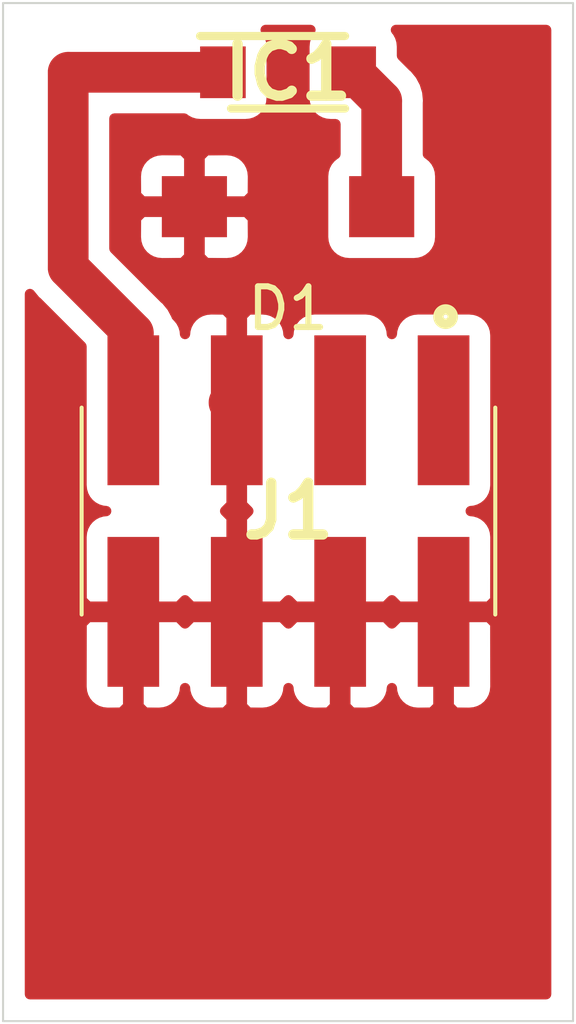
<source format=kicad_pcb>
(kicad_pcb (version 20171130) (host pcbnew "(5.1.6)-1")

  (general
    (thickness 1.6)
    (drawings 27)
    (tracks 8)
    (zones 0)
    (modules 3)
    (nets 4)
  )

  (page A4)
  (layers
    (0 F.Cu signal)
    (31 B.Cu signal hide)
    (32 B.Adhes user hide)
    (33 F.Adhes user hide)
    (34 B.Paste user hide)
    (35 F.Paste user hide)
    (36 B.SilkS user hide)
    (37 F.SilkS user hide)
    (38 B.Mask user hide)
    (39 F.Mask user hide)
    (40 Dwgs.User user)
    (41 Cmts.User user hide)
    (42 Eco1.User user hide)
    (43 Eco2.User user hide)
    (44 Edge.Cuts user)
    (45 Margin user hide)
    (46 B.CrtYd user hide)
    (47 F.CrtYd user hide)
    (48 B.Fab user hide)
    (49 F.Fab user hide)
  )

  (setup
    (last_trace_width 0.25)
    (user_trace_width 0.6)
    (user_trace_width 1)
    (trace_clearance 0.2)
    (zone_clearance 0.508)
    (zone_45_only no)
    (trace_min 0.2)
    (via_size 0.8)
    (via_drill 0.4)
    (via_min_size 0.4)
    (via_min_drill 0.3)
    (uvia_size 0.3)
    (uvia_drill 0.1)
    (uvias_allowed no)
    (uvia_min_size 0.2)
    (uvia_min_drill 0.1)
    (edge_width 0.05)
    (segment_width 0.2)
    (pcb_text_width 0.3)
    (pcb_text_size 1.5 1.5)
    (mod_edge_width 0.12)
    (mod_text_size 1 1)
    (mod_text_width 0.15)
    (pad_size 1.524 1.524)
    (pad_drill 0.762)
    (pad_to_mask_clearance 0.05)
    (aux_axis_origin 0 0)
    (visible_elements 7FFFFFFF)
    (pcbplotparams
      (layerselection 0x00000_7fffffff)
      (usegerberextensions false)
      (usegerberattributes true)
      (usegerberadvancedattributes true)
      (creategerberjobfile true)
      (excludeedgelayer false)
      (linewidth 0.100000)
      (plotframeref false)
      (viasonmask false)
      (mode 1)
      (useauxorigin false)
      (hpglpennumber 1)
      (hpglpenspeed 20)
      (hpglpendiameter 15.000000)
      (psnegative true)
      (psa4output false)
      (plotreference false)
      (plotvalue false)
      (plotinvisibletext false)
      (padsonsilk false)
      (subtractmaskfromsilk false)
      (outputformat 4)
      (mirror false)
      (drillshape 0)
      (scaleselection 1)
      (outputdirectory ""))
  )

  (net 0 "")
  (net 1 GND)
  (net 2 "Net-(D1-Pad2)")
  (net 3 +3V3)

  (net_class Default "This is the default net class."
    (clearance 0.2)
    (trace_width 0.25)
    (via_dia 0.8)
    (via_drill 0.4)
    (uvia_dia 0.3)
    (uvia_drill 0.1)
    (add_net +3V3)
    (add_net GND)
    (add_net "Net-(D1-Pad2)")
  )

  (module SamacSys_Parts:TSM-104-YY-ZZZ-DV-P-TR (layer F.Cu) (tedit 5F3F11ED) (tstamp 5F486453)
    (at 145.01 87.475)
    (descr TSM-104-YY-ZZZ-DV-P-TR)
    (tags Connector)
    (path /5F3F1E47)
    (attr smd)
    (fp_text reference J1 (at 0 0) (layer F.SilkS)
      (effects (font (size 1.27 1.27) (thickness 0.254)))
    )
    (fp_text value TSM-104-02-S-DV-P-TR (at 0 0) (layer F.SilkS) hide
      (effects (font (size 1.27 1.27) (thickness 0.254)))
    )
    (fp_line (start -5.08 -2.54) (end 5.08 -2.54) (layer Dwgs.User) (width 0.2))
    (fp_line (start 5.08 -2.54) (end 5.08 2.54) (layer Dwgs.User) (width 0.2))
    (fp_line (start 5.08 2.54) (end -5.08 2.54) (layer Dwgs.User) (width 0.2))
    (fp_line (start -5.08 2.54) (end -5.08 -2.54) (layer Dwgs.User) (width 0.2))
    (fp_line (start 5.08 -2.54) (end 5.08 2.54) (layer F.SilkS) (width 0.1))
    (fp_line (start -5.08 2.54) (end -5.08 -2.54) (layer F.SilkS) (width 0.1))
    (fp_line (start -6.28 -5.875) (end 6.28 -5.875) (layer Dwgs.User) (width 0.05))
    (fp_line (start 6.28 -5.875) (end 6.28 5.315) (layer Dwgs.User) (width 0.05))
    (fp_line (start 6.28 5.315) (end -6.28 5.315) (layer Dwgs.User) (width 0.05))
    (fp_line (start -6.28 5.315) (end -6.28 -5.875) (layer Dwgs.User) (width 0.05))
    (fp_circle (center 3.86 -4.775) (end 3.81 -4.775) (layer F.SilkS) (width 0.254))
    (pad 8 smd rect (at -3.81 2.475) (size 1.27 3.68) (layers F.Cu F.Paste F.Mask)
      (net 1 GND))
    (pad 7 smd rect (at -3.81 -2.475) (size 1.27 3.68) (layers F.Cu F.Paste F.Mask)
      (net 3 +3V3))
    (pad 6 smd rect (at -1.27 2.475) (size 1.27 3.68) (layers F.Cu F.Paste F.Mask)
      (net 1 GND))
    (pad 5 smd rect (at -1.27 -2.475) (size 1.27 3.68) (layers F.Cu F.Paste F.Mask)
      (net 1 GND))
    (pad 4 smd rect (at 1.27 2.475) (size 1.27 3.68) (layers F.Cu F.Paste F.Mask)
      (net 1 GND))
    (pad 3 smd rect (at 1.27 -2.475) (size 1.27 3.68) (layers F.Cu F.Paste F.Mask))
    (pad 2 smd rect (at 3.81 2.475) (size 1.27 3.68) (layers F.Cu F.Paste F.Mask)
      (net 1 GND))
    (pad 1 smd rect (at 3.81 -2.475) (size 1.27 3.68) (layers F.Cu F.Paste F.Mask))
  )

  (module SamacSys_Parts:SODFL3718X100N (layer F.Cu) (tedit 5F3F029A) (tstamp 5F494071)
    (at 145 76.7)
    (descr AL5809-20P1-7-)
    (tags "Integrated Circuit")
    (path /5F487AE2)
    (attr smd)
    (fp_text reference IC1 (at 0 0) (layer F.SilkS)
      (effects (font (size 1.27 1.27) (thickness 0.254)))
    )
    (fp_text value AL5809-20P1-7 (at 0 0) (layer F.SilkS) hide
      (effects (font (size 1.27 1.27) (thickness 0.254)))
    )
    (fp_line (start -2.31 -1.115) (end 2.31 -1.115) (layer Dwgs.User) (width 0.05))
    (fp_line (start 2.31 -1.115) (end 2.31 1.115) (layer Dwgs.User) (width 0.05))
    (fp_line (start 2.31 1.115) (end -2.31 1.115) (layer Dwgs.User) (width 0.05))
    (fp_line (start -2.31 1.115) (end -2.31 -1.115) (layer Dwgs.User) (width 0.05))
    (fp_line (start -1.4 -0.89) (end 1.4 -0.89) (layer Dwgs.User) (width 0.1))
    (fp_line (start 1.4 -0.89) (end 1.4 0.89) (layer Dwgs.User) (width 0.1))
    (fp_line (start 1.4 0.89) (end -1.4 0.89) (layer Dwgs.User) (width 0.1))
    (fp_line (start -1.4 0.89) (end -1.4 -0.89) (layer Dwgs.User) (width 0.1))
    (fp_line (start -1.4 -0.33) (end -0.84 -0.89) (layer Dwgs.User) (width 0.1))
    (fp_line (start -2.16 -0.89) (end 1.4 -0.89) (layer F.SilkS) (width 0.2))
    (fp_line (start -1.4 0.89) (end 1.4 0.89) (layer F.SilkS) (width 0.2))
    (pad 2 smd rect (at 1.6 0) (size 1.12 1.27) (layers F.Cu F.Paste F.Mask)
      (net 2 "Net-(D1-Pad2)"))
    (pad 1 smd rect (at -1.6 0) (size 1.12 1.27) (layers F.Cu F.Paste F.Mask)
      (net 3 +3V3))
  )

  (module MiniSpec2:AM2520SEC03-26450 (layer F.Cu) (tedit 5F487BBC) (tstamp 5F494060)
    (at 145 80)
    (path /5F48874D)
    (fp_text reference D1 (at 0 2.5) (layer F.SilkS)
      (effects (font (size 1 1) (thickness 0.15)))
    )
    (fp_text value LED (at 0 -2.4) (layer F.Fab)
      (effects (font (size 1 1) (thickness 0.15)))
    )
    (fp_line (start -1.2 -1.2) (end -1.2 1.3) (layer Dwgs.User) (width 0.12))
    (fp_line (start 1.3 1.3) (end -1.2 1.3) (layer Dwgs.User) (width 0.12))
    (fp_line (start 1.3 -1.2) (end 1.3 1.3) (layer Dwgs.User) (width 0.12))
    (fp_line (start -1.2 -1.2) (end 1.3 -1.2) (layer Dwgs.User) (width 0.12))
    (pad 2 smd rect (at 2.3 0) (size 1.6 1.5) (layers F.Cu F.Paste F.Mask)
      (net 2 "Net-(D1-Pad2)"))
    (pad 1 smd rect (at -2.3 0) (size 1.6 1.5) (layers F.Cu F.Paste F.Mask)
      (net 1 GND))
  )

  (gr_line (start 201 168) (end 201 73) (layer Eco2.User) (width 0.15) (tstamp 5F486338))
  (gr_line (start 136 168) (end 201 168) (layer Eco2.User) (width 0.15))
  (gr_line (start 136 73) (end 136 168) (layer Eco2.User) (width 0.15))
  (gr_line (start 201 73) (end 136 73) (layer Eco2.User) (width 0.15))
  (gr_line (start 152 75) (end 152 100) (layer Edge.Cuts) (width 0.05) (tstamp 5F3FB9B7))
  (gr_line (start 138 75) (end 152 75) (layer Edge.Cuts) (width 0.05) (tstamp 5F3FB9B1))
  (gr_line (start 138 100) (end 138 75) (layer Edge.Cuts) (width 0.05) (tstamp 5F3FB9BA))
  (gr_line (start 152 100) (end 138 100) (layer Edge.Cuts) (width 0.05) (tstamp 5F3FB9B4))
  (gr_line (start 151 94.5) (end 151 100) (layer Dwgs.User) (width 0.15))
  (gr_line (start 139 94.5) (end 151 94.5) (layer Dwgs.User) (width 0.15))
  (gr_line (start 139 100) (end 139 94.5) (layer Dwgs.User) (width 0.15))
  (gr_line (start 145 100) (end 138 100) (layer Dwgs.User) (width 0.15) (tstamp 5F3F8341))
  (gr_line (start 138 75) (end 138 100) (layer Dwgs.User) (width 0.15) (tstamp 5F3F8340))
  (gr_line (start 152 75) (end 138 75) (layer Dwgs.User) (width 0.15))
  (gr_line (start 152 100) (end 152 75) (layer Dwgs.User) (width 0.15))
  (gr_line (start 145 100) (end 152 100) (layer Dwgs.User) (width 0.15))
  (gr_line (start 145 75) (end 145 100) (layer Dwgs.User) (width 0.15) (tstamp 5F3F983D))
  (gr_line (start 151 80) (end 139 80) (layer Dwgs.User) (width 0.15))
  (gr_line (start 139 78.5) (end 151 78.5) (layer Dwgs.User) (width 0.15) (tstamp 5F3F833F))
  (gr_line (start 139 81.5) (end 139 78.5) (layer Dwgs.User) (width 0.15))
  (gr_line (start 151 81.5) (end 139 81.5) (layer Dwgs.User) (width 0.15))
  (gr_line (start 151 78.5) (end 151 81.5) (layer Dwgs.User) (width 0.15))
  (gr_line (start 151 92) (end 151 83) (layer Dwgs.User) (width 0.15) (tstamp 5F3F833E))
  (gr_line (start 139 92) (end 151 92) (layer Dwgs.User) (width 0.15))
  (gr_line (start 139 83) (end 139 92) (layer Dwgs.User) (width 0.15))
  (gr_line (start 151 83) (end 139 83) (layer Dwgs.User) (width 0.15))
  (gr_line (start 139 100) (end 138 100) (layer Dwgs.User) (width 0.15))

  (segment (start 143.55 84.81) (end 143.74 85) (width 1) (layer F.Cu) (net 1) (tstamp 5F3FB9D5))
  (segment (start 143.6 84.86) (end 143.74 85) (width 1) (layer F.Cu) (net 1) (tstamp 5F3FB9D2))
  (segment (start 147.3 77.4) (end 146.6 76.7) (width 1) (layer F.Cu) (net 2))
  (segment (start 147.3 80) (end 147.3 77.4) (width 1) (layer F.Cu) (net 2))
  (segment (start 141.2 85) (end 141.2 83.1) (width 1) (layer F.Cu) (net 3))
  (segment (start 141.2 83.1) (end 139.6 81.5) (width 1) (layer F.Cu) (net 3))
  (segment (start 139.6 81.5) (end 139.6 76.7) (width 1) (layer F.Cu) (net 3))
  (segment (start 139.6 76.7) (end 143.4 76.7) (width 1) (layer F.Cu) (net 3))

  (zone (net 1) (net_name GND) (layer F.Cu) (tstamp 0) (hatch edge 0.508)
    (connect_pads (clearance 0.508))
    (min_thickness 0.254)
    (fill yes (arc_segments 32) (thermal_gap 0.508) (thermal_bridge_width 0.508))
    (polygon
      (pts
        (xy 152 100) (xy 138 100) (xy 138 75) (xy 152 75)
      )
    )
    (filled_polygon
      (pts
        (xy 145.509463 75.710506) (xy 145.450498 75.82082) (xy 145.414188 75.940518) (xy 145.401928 76.065) (xy 145.401928 77.335)
        (xy 145.414188 77.459482) (xy 145.450498 77.57918) (xy 145.509463 77.689494) (xy 145.588815 77.786185) (xy 145.685506 77.865537)
        (xy 145.79582 77.924502) (xy 145.915518 77.960812) (xy 146.04 77.973072) (xy 146.165001 77.973072) (xy 146.165 78.709043)
        (xy 146.145506 78.719463) (xy 146.048815 78.798815) (xy 145.969463 78.895506) (xy 145.910498 79.00582) (xy 145.874188 79.125518)
        (xy 145.861928 79.25) (xy 145.861928 80.75) (xy 145.874188 80.874482) (xy 145.910498 80.99418) (xy 145.969463 81.104494)
        (xy 146.048815 81.201185) (xy 146.145506 81.280537) (xy 146.25582 81.339502) (xy 146.375518 81.375812) (xy 146.5 81.388072)
        (xy 148.1 81.388072) (xy 148.224482 81.375812) (xy 148.34418 81.339502) (xy 148.454494 81.280537) (xy 148.551185 81.201185)
        (xy 148.630537 81.104494) (xy 148.689502 80.99418) (xy 148.725812 80.874482) (xy 148.738072 80.75) (xy 148.738072 79.25)
        (xy 148.725812 79.125518) (xy 148.689502 79.00582) (xy 148.630537 78.895506) (xy 148.551185 78.798815) (xy 148.454494 78.719463)
        (xy 148.435 78.709043) (xy 148.435 77.455741) (xy 148.44049 77.399999) (xy 148.435 77.344257) (xy 148.435 77.344248)
        (xy 148.418577 77.177501) (xy 148.353676 76.963553) (xy 148.248284 76.766377) (xy 148.106449 76.593551) (xy 148.063135 76.558004)
        (xy 147.798072 76.292941) (xy 147.798072 76.065) (xy 147.785812 75.940518) (xy 147.749502 75.82082) (xy 147.690537 75.710506)
        (xy 147.649088 75.66) (xy 151.34 75.66) (xy 151.340001 99.34) (xy 138.66 99.34) (xy 138.66 91.79)
        (xy 139.926928 91.79) (xy 139.939188 91.914482) (xy 139.975498 92.03418) (xy 140.034463 92.144494) (xy 140.113815 92.241185)
        (xy 140.210506 92.320537) (xy 140.32082 92.379502) (xy 140.440518 92.415812) (xy 140.565 92.428072) (xy 140.91425 92.425)
        (xy 141.073 92.26625) (xy 141.073 90.077) (xy 141.327 90.077) (xy 141.327 92.26625) (xy 141.48575 92.425)
        (xy 141.835 92.428072) (xy 141.959482 92.415812) (xy 142.07918 92.379502) (xy 142.189494 92.320537) (xy 142.286185 92.241185)
        (xy 142.365537 92.144494) (xy 142.424502 92.03418) (xy 142.460812 91.914482) (xy 142.47 91.821192) (xy 142.479188 91.914482)
        (xy 142.515498 92.03418) (xy 142.574463 92.144494) (xy 142.653815 92.241185) (xy 142.750506 92.320537) (xy 142.86082 92.379502)
        (xy 142.980518 92.415812) (xy 143.105 92.428072) (xy 143.45425 92.425) (xy 143.613 92.26625) (xy 143.613 90.077)
        (xy 143.867 90.077) (xy 143.867 92.26625) (xy 144.02575 92.425) (xy 144.375 92.428072) (xy 144.499482 92.415812)
        (xy 144.61918 92.379502) (xy 144.729494 92.320537) (xy 144.826185 92.241185) (xy 144.905537 92.144494) (xy 144.964502 92.03418)
        (xy 145.000812 91.914482) (xy 145.01 91.821192) (xy 145.019188 91.914482) (xy 145.055498 92.03418) (xy 145.114463 92.144494)
        (xy 145.193815 92.241185) (xy 145.290506 92.320537) (xy 145.40082 92.379502) (xy 145.520518 92.415812) (xy 145.645 92.428072)
        (xy 145.99425 92.425) (xy 146.153 92.26625) (xy 146.153 90.077) (xy 146.407 90.077) (xy 146.407 92.26625)
        (xy 146.56575 92.425) (xy 146.915 92.428072) (xy 147.039482 92.415812) (xy 147.15918 92.379502) (xy 147.269494 92.320537)
        (xy 147.366185 92.241185) (xy 147.445537 92.144494) (xy 147.504502 92.03418) (xy 147.540812 91.914482) (xy 147.55 91.821192)
        (xy 147.559188 91.914482) (xy 147.595498 92.03418) (xy 147.654463 92.144494) (xy 147.733815 92.241185) (xy 147.830506 92.320537)
        (xy 147.94082 92.379502) (xy 148.060518 92.415812) (xy 148.185 92.428072) (xy 148.53425 92.425) (xy 148.693 92.26625)
        (xy 148.693 90.077) (xy 148.947 90.077) (xy 148.947 92.26625) (xy 149.10575 92.425) (xy 149.455 92.428072)
        (xy 149.579482 92.415812) (xy 149.69918 92.379502) (xy 149.809494 92.320537) (xy 149.906185 92.241185) (xy 149.985537 92.144494)
        (xy 150.044502 92.03418) (xy 150.080812 91.914482) (xy 150.093072 91.79) (xy 150.09 90.23575) (xy 149.93125 90.077)
        (xy 148.947 90.077) (xy 148.693 90.077) (xy 147.70875 90.077) (xy 147.55 90.23575) (xy 147.39125 90.077)
        (xy 146.407 90.077) (xy 146.153 90.077) (xy 145.16875 90.077) (xy 145.01 90.23575) (xy 144.85125 90.077)
        (xy 143.867 90.077) (xy 143.613 90.077) (xy 142.62875 90.077) (xy 142.47 90.23575) (xy 142.31125 90.077)
        (xy 141.327 90.077) (xy 141.073 90.077) (xy 140.08875 90.077) (xy 139.93 90.23575) (xy 139.926928 91.79)
        (xy 138.66 91.79) (xy 138.66 82.143717) (xy 138.793551 82.306449) (xy 138.836864 82.341995) (xy 139.926928 83.43206)
        (xy 139.926928 86.84) (xy 139.939188 86.964482) (xy 139.975498 87.08418) (xy 140.034463 87.194494) (xy 140.113815 87.291185)
        (xy 140.210506 87.370537) (xy 140.32082 87.429502) (xy 140.440518 87.465812) (xy 140.533808 87.475) (xy 140.440518 87.484188)
        (xy 140.32082 87.520498) (xy 140.210506 87.579463) (xy 140.113815 87.658815) (xy 140.034463 87.755506) (xy 139.975498 87.86582)
        (xy 139.939188 87.985518) (xy 139.926928 88.11) (xy 139.93 89.66425) (xy 140.08875 89.823) (xy 141.073 89.823)
        (xy 141.073 89.803) (xy 141.327 89.803) (xy 141.327 89.823) (xy 142.31125 89.823) (xy 142.47 89.66425)
        (xy 142.62875 89.823) (xy 143.613 89.823) (xy 143.613 87.63375) (xy 143.45425 87.475) (xy 143.613 87.31625)
        (xy 143.613 85.127) (xy 143.593 85.127) (xy 143.593 84.873) (xy 143.613 84.873) (xy 143.613 82.68375)
        (xy 143.867 82.68375) (xy 143.867 84.873) (xy 143.887 84.873) (xy 143.887 85.127) (xy 143.867 85.127)
        (xy 143.867 87.31625) (xy 144.02575 87.475) (xy 143.867 87.63375) (xy 143.867 89.823) (xy 144.85125 89.823)
        (xy 145.01 89.66425) (xy 145.16875 89.823) (xy 146.153 89.823) (xy 146.153 89.803) (xy 146.407 89.803)
        (xy 146.407 89.823) (xy 147.39125 89.823) (xy 147.55 89.66425) (xy 147.70875 89.823) (xy 148.693 89.823)
        (xy 148.693 89.803) (xy 148.947 89.803) (xy 148.947 89.823) (xy 149.93125 89.823) (xy 150.09 89.66425)
        (xy 150.093072 88.11) (xy 150.080812 87.985518) (xy 150.044502 87.86582) (xy 149.985537 87.755506) (xy 149.906185 87.658815)
        (xy 149.809494 87.579463) (xy 149.69918 87.520498) (xy 149.579482 87.484188) (xy 149.486192 87.475) (xy 149.579482 87.465812)
        (xy 149.69918 87.429502) (xy 149.809494 87.370537) (xy 149.906185 87.291185) (xy 149.985537 87.194494) (xy 150.044502 87.08418)
        (xy 150.080812 86.964482) (xy 150.093072 86.84) (xy 150.093072 83.16) (xy 150.080812 83.035518) (xy 150.044502 82.91582)
        (xy 149.985537 82.805506) (xy 149.906185 82.708815) (xy 149.809494 82.629463) (xy 149.69918 82.570498) (xy 149.579482 82.534188)
        (xy 149.455 82.521928) (xy 148.185 82.521928) (xy 148.060518 82.534188) (xy 147.94082 82.570498) (xy 147.830506 82.629463)
        (xy 147.733815 82.708815) (xy 147.654463 82.805506) (xy 147.595498 82.91582) (xy 147.559188 83.035518) (xy 147.55 83.128808)
        (xy 147.540812 83.035518) (xy 147.504502 82.91582) (xy 147.445537 82.805506) (xy 147.366185 82.708815) (xy 147.269494 82.629463)
        (xy 147.15918 82.570498) (xy 147.039482 82.534188) (xy 146.915 82.521928) (xy 145.645 82.521928) (xy 145.520518 82.534188)
        (xy 145.40082 82.570498) (xy 145.290506 82.629463) (xy 145.193815 82.708815) (xy 145.114463 82.805506) (xy 145.055498 82.91582)
        (xy 145.019188 83.035518) (xy 145.01 83.128808) (xy 145.000812 83.035518) (xy 144.964502 82.91582) (xy 144.905537 82.805506)
        (xy 144.826185 82.708815) (xy 144.729494 82.629463) (xy 144.61918 82.570498) (xy 144.499482 82.534188) (xy 144.375 82.521928)
        (xy 144.02575 82.525) (xy 143.867 82.68375) (xy 143.613 82.68375) (xy 143.45425 82.525) (xy 143.105 82.521928)
        (xy 142.980518 82.534188) (xy 142.86082 82.570498) (xy 142.750506 82.629463) (xy 142.653815 82.708815) (xy 142.574463 82.805506)
        (xy 142.515498 82.91582) (xy 142.479188 83.035518) (xy 142.47 83.128808) (xy 142.460812 83.035518) (xy 142.424502 82.91582)
        (xy 142.365537 82.805506) (xy 142.286185 82.708815) (xy 142.261182 82.688295) (xy 142.253676 82.663553) (xy 142.148284 82.466377)
        (xy 142.041989 82.336856) (xy 142.041987 82.336854) (xy 142.006449 82.293551) (xy 141.963146 82.258013) (xy 140.735 81.029869)
        (xy 140.735 80.75) (xy 141.261928 80.75) (xy 141.274188 80.874482) (xy 141.310498 80.99418) (xy 141.369463 81.104494)
        (xy 141.448815 81.201185) (xy 141.545506 81.280537) (xy 141.65582 81.339502) (xy 141.775518 81.375812) (xy 141.9 81.388072)
        (xy 142.41425 81.385) (xy 142.573 81.22625) (xy 142.573 80.127) (xy 142.827 80.127) (xy 142.827 81.22625)
        (xy 142.98575 81.385) (xy 143.5 81.388072) (xy 143.624482 81.375812) (xy 143.74418 81.339502) (xy 143.854494 81.280537)
        (xy 143.951185 81.201185) (xy 144.030537 81.104494) (xy 144.089502 80.99418) (xy 144.125812 80.874482) (xy 144.138072 80.75)
        (xy 144.135 80.28575) (xy 143.97625 80.127) (xy 142.827 80.127) (xy 142.573 80.127) (xy 141.42375 80.127)
        (xy 141.265 80.28575) (xy 141.261928 80.75) (xy 140.735 80.75) (xy 140.735 79.25) (xy 141.261928 79.25)
        (xy 141.265 79.71425) (xy 141.42375 79.873) (xy 142.573 79.873) (xy 142.573 78.77375) (xy 142.827 78.77375)
        (xy 142.827 79.873) (xy 143.97625 79.873) (xy 144.135 79.71425) (xy 144.138072 79.25) (xy 144.125812 79.125518)
        (xy 144.089502 79.00582) (xy 144.030537 78.895506) (xy 143.951185 78.798815) (xy 143.854494 78.719463) (xy 143.74418 78.660498)
        (xy 143.624482 78.624188) (xy 143.5 78.611928) (xy 142.98575 78.615) (xy 142.827 78.77375) (xy 142.573 78.77375)
        (xy 142.41425 78.615) (xy 141.9 78.611928) (xy 141.775518 78.624188) (xy 141.65582 78.660498) (xy 141.545506 78.719463)
        (xy 141.448815 78.798815) (xy 141.369463 78.895506) (xy 141.310498 79.00582) (xy 141.274188 79.125518) (xy 141.261928 79.25)
        (xy 140.735 79.25) (xy 140.735 77.835) (xy 142.448296 77.835) (xy 142.485506 77.865537) (xy 142.59582 77.924502)
        (xy 142.715518 77.960812) (xy 142.84 77.973072) (xy 143.96 77.973072) (xy 144.084482 77.960812) (xy 144.20418 77.924502)
        (xy 144.314494 77.865537) (xy 144.411185 77.786185) (xy 144.490537 77.689494) (xy 144.549502 77.57918) (xy 144.585812 77.459482)
        (xy 144.598072 77.335) (xy 144.598072 76.065) (xy 144.585812 75.940518) (xy 144.549502 75.82082) (xy 144.490537 75.710506)
        (xy 144.449088 75.66) (xy 145.550912 75.66)
      )
    )
  )
)

</source>
